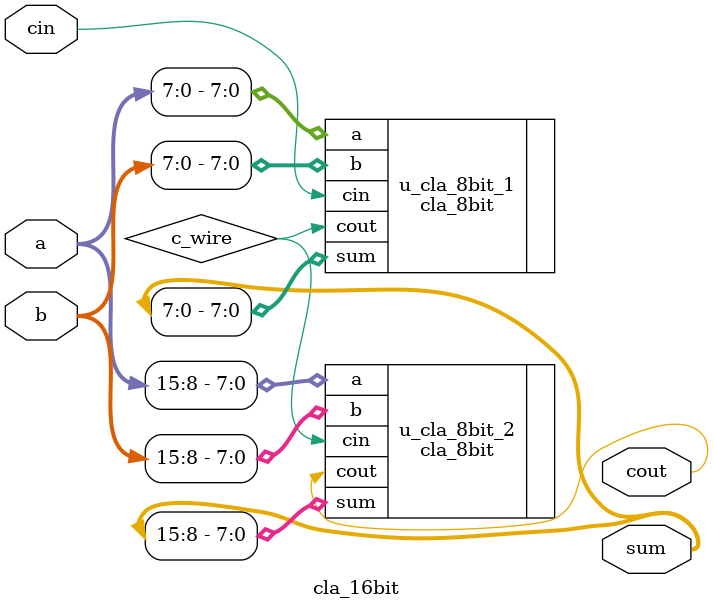
<source format=v>
module cla_16bit(
    input   [15:0]  a,
    input   [15:0]  b,
    input			cin,

    output  [15:0]  sum,
    output			cout
);

wire    c_wire;

cla_8bit u_cla_8bit_1(
    .a      (a[7:0]),
    .b      (b[7:0]),
    .cin    (cin),
    .sum    (sum[7:0]),
    .cout   (c_wire)
);

cla_8bit u_cla_8bit_2(
    .a      (a[15:8]),
    .b      (b[15:8]),
    .cin    (c_wire),
    .sum    (sum[15:8]),
    .cout   (cout)
);

endmodule

</source>
